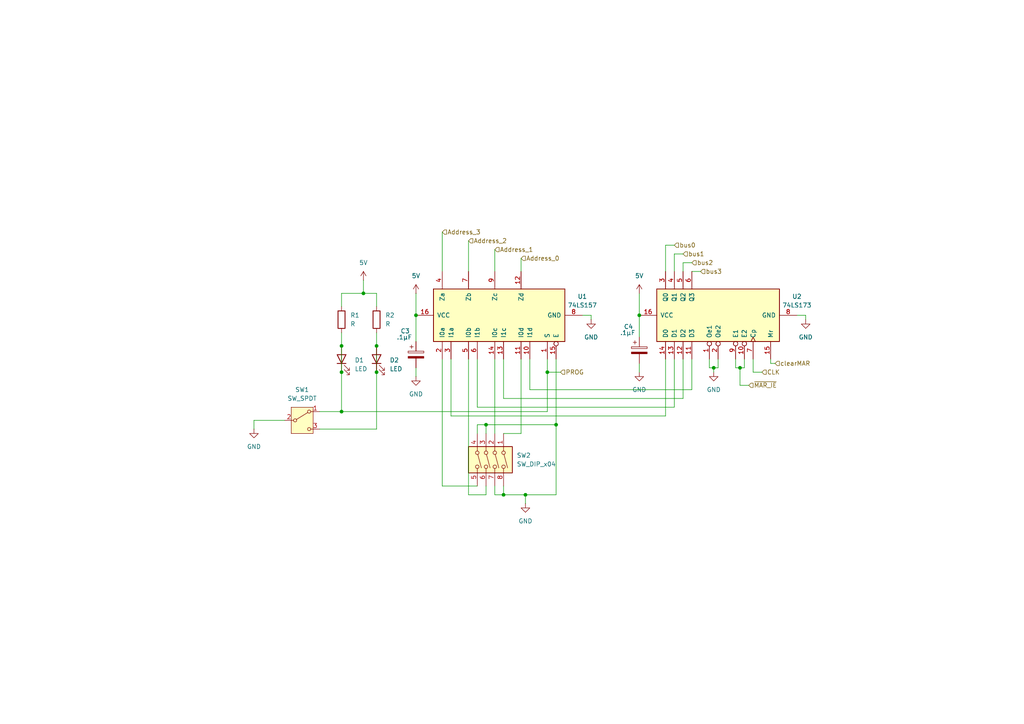
<source format=kicad_sch>
(kicad_sch (version 20250114) (generator "eeschema") (generator_version "9.0")
  (paper "A4")
  (lib_symbols
    (symbol "74LS157:my_74LS157" (pin_names (offset 1.016))
      (property "Reference" "U" (at -7.62 19.05 0))
      (property "Value" "my_74LS157" (at -7.62 -21.59 0))
      (symbol "my_74LS157_1_0"
        (pin input line (at -12.7 15.24 0) (length 5.08) (name "I0a") (number "2"))
        (pin input line (at -12.7 12.7 0) (length 5.08) (name "I1a") (number "3"))
        (pin input line (at -12.7 7.62 0) (length 5.08) (name "I0b") (number "5"))
        (pin input line (at -12.7 5.08 0) (length 5.08) (name "I1b") (number "6"))
        (pin input line (at -12.7 0 0) (length 5.08) (name "I0c") (number "14"))
        (pin input line (at -12.7 -2.54 0) (length 5.08) (name "I1c") (number "13"))
        (pin input line (at -12.7 -7.62 0) (length 5.08) (name "I0d") (number "11"))
        (pin input line (at -12.7 -10.16 0) (length 5.08) (name "I1d") (number "10"))
        (pin input line (at -12.7 -15.24 0) (length 5.08) (name "S") (number "1"))
        (pin input inverted (at -12.7 -17.78 0) (length 5.08) (name "E") (number "15"))
        (pin power_in line (at 0 22.86 270) (length 5.08) (name "VCC") (number "16"))
        (pin power_in line (at 0 -25.4 90) (length 5.08) (name "GND") (number "8"))
        (pin output line (at 12.7 15.24 180) (length 5.08) (name "Za") (number "4"))
        (pin output line (at 12.7 7.62 180) (length 5.08) (name "Zb") (number "7"))
        (pin output line (at 12.7 0 180) (length 5.08) (name "Zc") (number "9"))
        (pin output line (at 12.7 -7.62 180) (length 5.08) (name "Zd") (number "12"))
      )
      (symbol "my_74LS157_1_1"
        (rectangle (start -7.62 17.78) (end 7.62 -20.32) (stroke (width 0.254)) (fill (type background)))
      )
    )
    (symbol "74xx:74LS173" (pin_names (offset 1.016))
      (property "Reference" "U" (at -7.62 19.05 0))
      (property "Value" "74LS173" (at -7.62 -19.05 0))
      (symbol "74LS173_1_0"
        (pin input line (at -12.7 15.24 0) (length 5.08) (name "D0") (number "14"))
        (pin input line (at -12.7 12.7 0) (length 5.08) (name "D1") (number "13"))
        (pin input line (at -12.7 10.16 0) (length 5.08) (name "D2") (number "12"))
        (pin input line (at -12.7 7.62 0) (length 5.08) (name "D3") (number "11"))
        (pin input inverted (at -12.7 2.54 0) (length 5.08) (name "Oe1") (number "1"))
        (pin input inverted (at -12.7 0 0) (length 5.08) (name "Oe2") (number "2"))
        (pin input inverted (at -12.7 -5.08 0) (length 5.08) (name "E1") (number "9"))
        (pin input inverted (at -12.7 -7.62 0) (length 5.08) (name "E2") (number "10"))
        (pin input clock (at -12.7 -10.16 0) (length 5.08) (name "Cp") (number "7"))
        (pin input line (at -12.7 -15.24 0) (length 5.08) (name "Mr") (number "15"))
        (pin power_in line (at 0 22.86 270) (length 5.08) (name "VCC") (number "16"))
        (pin power_in line (at 0 -22.86 90) (length 5.08) (name "GND") (number "8"))
        (pin tri_state line (at 12.7 15.24 180) (length 5.08) (name "Q0") (number "3"))
        (pin tri_state line (at 12.7 12.7 180) (length 5.08) (name "Q1") (number "4"))
        (pin tri_state line (at 12.7 10.16 180) (length 5.08) (name "Q2") (number "5"))
        (pin tri_state line (at 12.7 7.62 180) (length 5.08) (name "Q3") (number "6"))
      )
      (symbol "74LS173_1_1"
        (rectangle (start -7.62 17.78) (end 7.62 -17.78) (stroke (width 0.254)) (fill (type background)))
      )
    )
    (symbol "Device:C_Polarized" (pin_numbers (hide yes)) (pin_names (offset 0.254))
      (property "Reference" "C" (at 0.635 2.54 0))
      (property "Value" "C_Polarized" (at 0.635 -2.54 0))
      (symbol "C_Polarized_0_1"
        (rectangle (start -2.286 0.508) (end 2.286 1.016))
        (polyline (pts (xy -1.778 2.286) (xy -0.762 2.286)))
        (polyline (pts (xy -1.27 2.794) (xy -1.27 1.778)))
        (rectangle (start 2.286 -0.508) (end -2.286 -1.016) (fill (type outline)))
      )
      (symbol "C_Polarized_1_1"
        (pin passive line (at 0 3.81 270) (length 2.794) (name "~") (number "1"))
        (pin passive line (at 0 -3.81 90) (length 2.794) (name "~") (number "2"))
      )
    )
    (symbol "Device:LED" (pin_numbers (hide yes)) (pin_names (offset 1.016) (hide yes))
      (property "Reference" "D" (at 0 2.54 0))
      (property "Value" "LED" (at 0 -2.54 0))
      (symbol "LED_0_1"
        (polyline (pts (xy -3.048 -0.762) (xy -4.572 -2.286) (xy -3.81 -2.286) (xy -4.572 -2.286) (xy -4.572 -1.524)))
        (polyline (pts (xy -1.778 -0.762) (xy -3.302 -2.286) (xy -2.54 -2.286) (xy -3.302 -2.286) (xy -3.302 -1.524)))
        (polyline (pts (xy -1.27 0) (xy 1.27 0)))
        (polyline (pts (xy -1.27 -1.27) (xy -1.27 1.27)) (stroke (width 0.254)))
        (polyline (pts (xy 1.27 -1.27) (xy 1.27 1.27) (xy -1.27 0) (xy 1.27 -1.27)) (stroke (width 0.254)))
      )
      (symbol "LED_1_1"
        (pin passive line (at -3.81 0 0) (length 2.54) (name "K") (number "1"))
        (pin passive line (at 3.81 0 180) (length 2.54) (name "A") (number "2"))
      )
    )
    (symbol "Device:R" (pin_numbers (hide yes)) (pin_names (offset 0))
      (property "Reference" "R" (at 2.032 0 90))
      (property "Value" "R" (at 0 0 90))
      (symbol "R_0_1"
        (rectangle (start -1.016 -2.54) (end 1.016 2.54) (stroke (width 0.254)))
      )
      (symbol "R_1_1"
        (pin passive line (at 0 3.81 270) (length 1.27) (name "~") (number "1"))
        (pin passive line (at 0 -3.81 90) (length 1.27) (name "~") (number "2"))
      )
    )
    (symbol "Switch:SW_DIP_x04" (pin_names (offset 0) (hide yes))
      (property "Reference" "SW" (at 0 8.89 0))
      (property "Value" "SW_DIP_x04" (at 0 -6.35 0))
      (symbol "SW_DIP_x04_0_0"
        (circle (center -2.032 5.08) (radius 0.508))
        (circle (center -2.032 2.54) (radius 0.508))
        (circle (center -2.032 0) (radius 0.508))
        (circle (center -2.032 -2.54) (radius 0.508))
        (polyline (pts (xy -1.524 5.207) (xy 2.3622 6.2484)))
        (polyline (pts (xy -1.524 2.667) (xy 2.3622 3.7084)))
        (polyline (pts (xy -1.524 0.127) (xy 2.3622 1.1684)))
        (polyline (pts (xy -1.524 -2.3876) (xy 2.3622 -1.3462)))
        (circle (center 2.032 5.08) (radius 0.508))
        (circle (center 2.032 2.54) (radius 0.508))
        (circle (center 2.032 0) (radius 0.508))
        (circle (center 2.032 -2.54) (radius 0.508))
      )
      (symbol "SW_DIP_x04_0_1"
        (rectangle (start -3.81 7.62) (end 3.81 -5.08) (stroke (width 0.254)) (fill (type background)))
      )
      (symbol "SW_DIP_x04_1_1"
        (pin passive line (at -7.62 5.08 0) (length 5.08) (name "~") (number "1"))
        (pin passive line (at -7.62 2.54 0) (length 5.08) (name "~") (number "2"))
        (pin passive line (at -7.62 0 0) (length 5.08) (name "~") (number "3"))
        (pin passive line (at -7.62 -2.54 0) (length 5.08) (name "~") (number "4"))
        (pin passive line (at 7.62 5.08 180) (length 5.08) (name "~") (number "8"))
        (pin passive line (at 7.62 2.54 180) (length 5.08) (name "~") (number "7"))
        (pin passive line (at 7.62 0 180) (length 5.08) (name "~") (number "6"))
        (pin passive line (at 7.62 -2.54 180) (length 5.08) (name "~") (number "5"))
      )
    )
    (symbol "Switch:SW_SPDT" (pin_names (offset 0) (hide yes))
      (property "Reference" "SW" (at 0 5.08 0))
      (property "Value" "SW_SPDT" (at 0 -5.08 0))
      (symbol "SW_SPDT_0_1"
        (circle (center -2.032 0) (radius 0.4572))
        (polyline (pts (xy -1.651 0.254) (xy 1.651 2.286)))
        (circle (center 2.032 2.54) (radius 0.4572))
        (circle (center 2.032 -2.54) (radius 0.4572))
      )
      (symbol "SW_SPDT_1_1"
        (rectangle (start -3.175 3.81) (end 3.175 -3.81) (fill (type background)))
        (pin passive line (at -5.08 0 0) (length 2.54) (name "B") (number "2"))
        (pin passive line (at 5.08 2.54 180) (length 2.54) (name "A") (number "1"))
        (pin passive line (at 5.08 -2.54 180) (length 2.54) (name "C") (number "3"))
      )
    )
    (symbol "power:GND" (power) (pin_numbers (hide yes)) (pin_names (offset 0) (hide yes))
      (property "Value" "GND" (at 0 -3.81 0))
      (symbol "GND_0_1"
        (polyline (pts (xy 0 0) (xy 0 -1.27) (xy 1.27 -1.27) (xy 0 -2.54) (xy -1.27 -1.27) (xy 0 -1.27)))
      )
      (symbol "GND_1_1"
        (pin power_in line (at 0 0 270) (length 0) (name "~") (number "1"))
      )
    )
    (symbol "power:VCC" (power) (pin_numbers (hide yes)) (pin_names (offset 0) (hide yes))
      (property "Value" "VCC" (at 0 3.556 0))
      (symbol "VCC_0_1"
        (polyline (pts (xy -0.762 1.27) (xy 0 2.54)))
        (polyline (pts (xy 0 2.54) (xy 0.762 1.27)))
        (polyline (pts (xy 0 0) (xy 0 2.54)))
      )
      (symbol "VCC_1_1"
        (pin power_in line (at 0 0 90) (length 0) (name "~") (number "1"))
      )
    )
  )
  (junction (at 109.22 107.95))
  (junction (at 161.29 123.19))
  (junction (at 158.75 107.95))
  (junction (at 99.06 119.38))
  (junction (at 152.4 143.51))
  (junction (at 146.05 143.51))
  (junction (at 99.06 100.33))
  (junction (at 105.41 85.09))
  (junction (at 120.65 91.44))
  (junction (at 185.42 91.44))
  (junction (at 140.97 123.19))
  (junction (at 207.01 106.68))
  (junction (at 109.22 100.33))
  (junction (at 99.06 107.95))
  (junction (at 214.63 106.68))
  (wire (pts (xy 120.65 91.44) (xy 120.65 99.06)))
  (wire (pts (xy 151.13 125.73) (xy 146.05 125.73)))
  (wire (pts (xy 120.65 109.22) (xy 120.65 106.68)))
  (wire (pts (xy 140.97 143.51) (xy 140.97 140.97)))
  (wire (pts (xy 161.29 123.19) (xy 161.29 143.51)))
  (wire (pts (xy 205.74 106.68) (xy 207.01 106.68)))
  (wire (pts (xy 158.75 107.95) (xy 162.56 107.95)))
  (wire (pts (xy 109.22 107.95) (xy 109.22 124.46)))
  (wire (pts (xy 135.89 69.85) (xy 135.89 78.74)))
  (wire (pts (xy 140.97 125.73) (xy 140.97 123.19)))
  (wire (pts (xy 208.28 106.68) (xy 208.28 104.14)))
  (wire (pts (xy 99.06 119.38) (xy 92.71 119.38)))
  (wire (pts (xy 143.51 72.39) (xy 143.51 78.74)))
  (wire (pts (xy 195.58 78.74) (xy 195.58 73.66)))
  (wire (pts (xy 135.89 143.51) (xy 140.97 143.51)))
  (wire (pts (xy 198.12 115.57) (xy 146.05 115.57)))
  (wire (pts (xy 223.52 105.41) (xy 223.52 104.14)))
  (wire (pts (xy 161.29 143.51) (xy 152.4 143.51)))
  (wire (pts (xy 198.12 76.2) (xy 200.66 76.2)))
  (wire (pts (xy 152.4 143.51) (xy 146.05 143.51)))
  (wire (pts (xy 151.13 74.93) (xy 151.13 78.74)))
  (wire (pts (xy 109.22 124.46) (xy 92.71 124.46)))
  (wire (pts (xy 151.13 104.14) (xy 151.13 125.73)))
  (wire (pts (xy 214.63 106.68) (xy 215.9 106.68)))
  (wire (pts (xy 99.06 100.33) (xy 99.06 107.95)))
  (wire (pts (xy 207.01 107.95) (xy 207.01 106.68)))
  (wire (pts (xy 198.12 78.74) (xy 198.12 76.2)))
  (wire (pts (xy 214.63 111.76) (xy 214.63 106.68)))
  (wire (pts (xy 185.42 85.09) (xy 185.42 91.44)))
  (wire (pts (xy 193.04 104.14) (xy 193.04 120.65)))
  (wire (pts (xy 105.41 85.09) (xy 109.22 85.09)))
  (wire (pts (xy 158.75 119.38) (xy 158.75 107.95)))
  (wire (pts (xy 130.81 104.14) (xy 130.81 120.65)))
  (wire (pts (xy 146.05 143.51) (xy 146.05 140.97)))
  (wire (pts (xy 171.45 91.44) (xy 168.91 91.44)))
  (wire (pts (xy 158.75 107.95) (xy 158.75 104.14)))
  (wire (pts (xy 213.36 104.14) (xy 213.36 106.68)))
  (wire (pts (xy 193.04 78.74) (xy 193.04 71.12)))
  (wire (pts (xy 200.66 113.03) (xy 200.66 104.14)))
  (wire (pts (xy 128.27 104.14) (xy 128.27 140.97)))
  (wire (pts (xy 207.01 106.68) (xy 208.28 106.68)))
  (wire (pts (xy 140.97 123.19) (xy 161.29 123.19)))
  (wire (pts (xy 82.55 121.92) (xy 73.66 121.92)))
  (wire (pts (xy 185.42 107.95) (xy 185.42 105.41)))
  (wire (pts (xy 143.51 143.51) (xy 146.05 143.51)))
  (wire (pts (xy 109.22 85.09) (xy 109.22 88.9)))
  (wire (pts (xy 233.68 91.44) (xy 231.14 91.44)))
  (wire (pts (xy 213.36 106.68) (xy 214.63 106.68)))
  (wire (pts (xy 138.43 118.11) (xy 195.58 118.11)))
  (wire (pts (xy 215.9 106.68) (xy 215.9 104.14)))
  (wire (pts (xy 195.58 118.11) (xy 195.58 104.14)))
  (wire (pts (xy 171.45 92.71) (xy 171.45 91.44)))
  (wire (pts (xy 205.74 104.14) (xy 205.74 106.68)))
  (wire (pts (xy 120.65 85.09) (xy 120.65 91.44)))
  (wire (pts (xy 217.17 111.76) (xy 214.63 111.76)))
  (wire (pts (xy 153.67 104.14) (xy 153.67 113.03)))
  (wire (pts (xy 233.68 92.71) (xy 233.68 91.44)))
  (wire (pts (xy 224.79 105.41) (xy 223.52 105.41)))
  (wire (pts (xy 203.2 78.74) (xy 200.66 78.74)))
  (wire (pts (xy 99.06 119.38) (xy 158.75 119.38)))
  (wire (pts (xy 140.97 123.19) (xy 138.43 123.19)))
  (wire (pts (xy 195.58 73.66) (xy 198.12 73.66)))
  (wire (pts (xy 138.43 123.19) (xy 138.43 125.73)))
  (wire (pts (xy 109.22 100.33) (xy 109.22 107.95)))
  (wire (pts (xy 220.98 107.95) (xy 218.44 107.95)))
  (wire (pts (xy 161.29 104.14) (xy 161.29 123.19)))
  (wire (pts (xy 218.44 104.14) (xy 218.44 107.95)))
  (wire (pts (xy 135.89 104.14) (xy 135.89 143.51)))
  (wire (pts (xy 99.06 88.9) (xy 99.06 85.09)))
  (wire (pts (xy 198.12 104.14) (xy 198.12 115.57)))
  (wire (pts (xy 73.66 121.92) (xy 73.66 124.46)))
  (wire (pts (xy 109.22 96.52) (xy 109.22 100.33)))
  (wire (pts (xy 128.27 140.97) (xy 138.43 140.97)))
  (wire (pts (xy 99.06 96.52) (xy 99.06 100.33)))
  (wire (pts (xy 185.42 91.44) (xy 185.42 97.79)))
  (wire (pts (xy 143.51 104.14) (xy 143.51 125.73)))
  (wire (pts (xy 152.4 146.05) (xy 152.4 143.51)))
  (wire (pts (xy 99.06 85.09) (xy 105.41 85.09)))
  (wire (pts (xy 105.41 81.28) (xy 105.41 85.09)))
  (wire (pts (xy 193.04 120.65) (xy 130.81 120.65)))
  (wire (pts (xy 138.43 104.14) (xy 138.43 118.11)))
  (wire (pts (xy 143.51 140.97) (xy 143.51 143.51)))
  (wire (pts (xy 193.04 71.12) (xy 195.58 71.12)))
  (wire (pts (xy 153.67 113.03) (xy 200.66 113.03)))
  (wire (pts (xy 99.06 107.95) (xy 99.06 119.38)))
  (wire (pts (xy 128.27 67.31) (xy 128.27 78.74)))
  (wire (pts (xy 146.05 104.14) (xy 146.05 115.57)))
  (hierarchical_label "bus0" (shape input) (at 195.58 71.12 0))
  (hierarchical_label "Address_3" (shape input) (at 128.27 67.31 0))
  (hierarchical_label "bus2" (shape input) (at 200.66 76.2 0))
  (hierarchical_label "PROG" (shape input) (at 162.56 107.95 0))
  (hierarchical_label "Address_1" (shape input) (at 143.51 72.39 0))
  (hierarchical_label "bus3" (shape input) (at 203.2 78.74 0))
  (hierarchical_label "bus1" (shape input) (at 198.12 73.66 0))
  (hierarchical_label "Address_2" (shape input) (at 135.89 69.85 0))
  (hierarchical_label "clearMAR" (shape input) (at 224.79 105.41 0))
  (hierarchical_label "CLK" (shape input) (at 220.98 107.95 0))
  (hierarchical_label "Address_0" (shape input) (at 151.13 74.93 0))
  (hierarchical_label "~{MAR_IE}" (shape input) (at 217.17 111.76 0))
  (symbol (lib_id "74xx:74LS173") (at 208.28 91.44 90) (unit 1)
    (property "Reference" "U2" (at 231.14 85.9946 90))
    (property "Value" "74LS173" (at 231.14 88.5346 90))
    (property "Datasheet" "http://www.ti.com/lit/gpn/sn74LS173" (effects (hide yes)))
    (property "Description" "4-bit D-type Register, 3 state out" (effects (hide yes)))
  )
  (symbol (lib_id "Switch:SW_SPDT") (at 87.63 121.92 0) (unit 1)
    (property "Reference" "SW1" (at 87.63 113.03 0))
    (property "Value" "SW_SPDT" (at 87.63 115.57 0))
    (property "Description" "Switch, single pole double throw" (effects (hide yes)))
  )
  (symbol (lib_id "power:VCC") (at 105.41 81.28 0) (unit 1)
    (property "Reference" "#PWR08" (effects (hide yes)))
    (property "Value" "5V" (at 105.41 76.2 0))
    (property "Description" "Power symbol creates a global label with name \"VCC\"" (effects (hide yes)))
  )
  (symbol (lib_id "Device:LED") (at 99.06 104.14 90) (unit 1)
    (property "Reference" "D1" (at 102.87 104.4574 90) (effects (justify right)))
    (property "Value" "LED" (at 102.87 106.9974 90) (effects (justify right)))
    (property "Description" "Light emitting diode" (effects (hide yes)))
    (property "Sim.Pins" "1=K 2=A" (effects (hide yes)))
  )
  (symbol (lib_id "power:GND") (at 171.45 92.71 0) (unit 1)
    (property "Reference" "#PWR012" (effects (hide yes)))
    (property "Value" "GND" (at 171.45 97.79 0))
    (property "Description" "Power symbol creates a global label with name \"GND\" , ground" (effects (hide yes)))
  )
  (symbol (lib_id "power:GND") (at 207.01 107.95 0) (unit 1)
    (property "Reference" "#PWR015" (effects (hide yes)))
    (property "Value" "GND" (at 207.01 113.03 0))
    (property "Description" "Power symbol creates a global label with name \"GND\" , ground" (effects (hide yes)))
  )
  (symbol (lib_id "Device:LED") (at 109.22 104.14 90) (unit 1)
    (property "Reference" "D2" (at 113.03 104.4574 90) (effects (justify right)))
    (property "Value" "LED" (at 113.03 106.9974 90) (effects (justify right)))
    (property "Description" "Light emitting diode" (effects (hide yes)))
    (property "Sim.Pins" "1=K 2=A" (effects (hide yes)))
  )
  (symbol (lib_id "power:GND") (at 152.4 146.05 0) (unit 1)
    (property "Reference" "#PWR011" (effects (hide yes)))
    (property "Value" "GND" (at 152.4 151.13 0))
    (property "Description" "Power symbol creates a global label with name \"GND\" , ground" (effects (hide yes)))
  )
  (symbol (lib_id "Device:C_Polarized") (at 185.42 101.6 0) (unit 1)
    (property "Reference" "C4" (at 183.642 94.742 0) (effects (justify right)))
    (property "Value" ".1µF" (at 184.2769 96.52 0) (effects (justify right)))
    (property "Description" "Polarized capacitor" (effects (hide yes)))
  )
  (symbol (lib_id "power:GND") (at 185.42 107.95 0) (unit 1)
    (property "Reference" "#PWR014" (effects (hide yes)))
    (property "Value" "GND" (at 185.42 113.03 0))
    (property "Description" "Power symbol creates a global label with name \"GND\" , ground" (effects (hide yes)))
  )
  (symbol (lib_id "power:GND") (at 120.65 109.22 0) (unit 1)
    (property "Reference" "#PWR010" (effects (hide yes)))
    (property "Value" "GND" (at 120.65 114.3 0))
    (property "Description" "Power symbol creates a global label with name \"GND\" , ground" (effects (hide yes)))
  )
  (symbol (lib_id "Device:C_Polarized") (at 120.65 102.87 0) (unit 1)
    (property "Reference" "C3" (at 118.872 96.012 0) (effects (justify right)))
    (property "Value" ".1µF" (at 119.5069 97.79 0) (effects (justify right)))
    (property "Description" "Polarized capacitor" (effects (hide yes)))
  )
  (symbol (lib_id "Device:R") (at 109.22 92.71 0) (unit 1)
    (property "Reference" "R2" (at 111.76 91.4399 0) (effects (justify left)))
    (property "Value" "R" (at 111.76 93.9799 0) (effects (justify left)))
    (property "Description" "Resistor" (effects (hide yes)))
  )
  (symbol (lib_id "power:GND") (at 73.66 124.46 0) (unit 1)
    (property "Reference" "#PWR07" (effects (hide yes)))
    (property "Value" "GND" (at 73.66 129.54 0))
    (property "Description" "Power symbol creates a global label with name \"GND\" , ground" (effects (hide yes)))
  )
  (symbol (lib_id "power:GND") (at 233.68 92.71 0) (unit 1)
    (property "Reference" "#PWR016" (effects (hide yes)))
    (property "Value" "GND" (at 233.68 97.79 0))
    (property "Description" "Power symbol creates a global label with name \"GND\" , ground" (effects (hide yes)))
  )
  (symbol (lib_id "power:VCC") (at 120.65 85.09 0) (unit 1)
    (property "Reference" "#PWR09" (effects (hide yes)))
    (property "Value" "5V" (at 120.65 80.01 0))
    (property "Description" "Power symbol creates a global label with name \"VCC\"" (effects (hide yes)))
  )
  (symbol (lib_id "Device:R") (at 99.06 92.71 0) (unit 1)
    (property "Reference" "R1" (at 101.6 91.4399 0) (effects (justify left)))
    (property "Value" "R" (at 101.6 93.9799 0) (effects (justify left)))
    (property "Description" "Resistor" (effects (hide yes)))
  )
  (symbol (lib_id "power:VCC") (at 185.42 85.09 0) (unit 1)
    (property "Reference" "#PWR013" (effects (hide yes)))
    (property "Value" "5V" (at 185.42 80.01 0))
    (property "Description" "Power symbol creates a global label with name \"VCC\"" (effects (hide yes)))
  )
  (symbol (lib_id "74LS157:my_74LS157") (at 143.51 91.44 90) (unit 1)
    (property "Reference" "U1" (at 168.91 85.9946 90))
    (property "Value" "74LS157" (at 168.91 88.5346 90))
    (property "Datasheet" "https://www.jameco.com/Jameco/Products/ProdDS/301612-DS01.pdf" (effects (hide yes)))
    (property "Description" "Quad 2 to 1 line Multiplexer" (effects (hide yes)))
  )
  (symbol (lib_id "Switch:SW_DIP_x04") (at 140.97 133.35 270) (unit 1)
    (property "Reference" "SW2" (at 149.86 132.0799 90) (effects (justify left)))
    (property "Value" "SW_DIP_x04" (at 149.86 134.6199 90) (effects (justify left)))
    (property "Description" "4x DIP Switch, Single Pole Single Throw (SPST) switch, small symbol" (effects (hide yes)))
  )
)
</source>
